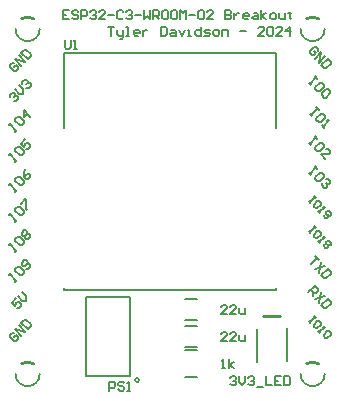
<source format=gto>
G04*
G04 #@! TF.GenerationSoftware,Altium Limited,Altium Designer,24.0.1 (36)*
G04*
G04 Layer_Color=65535*
%FSLAX44Y44*%
%MOMM*%
G71*
G04*
G04 #@! TF.SameCoordinates,679F6686-0656-46BC-BDB5-5FE1FF963507*
G04*
G04*
G04 #@! TF.FilePolarity,Positive*
G04*
G01*
G75*
%ADD10C,0.1524*%
%ADD11C,0.2540*%
%ADD12C,0.1270*%
D10*
X-16510Y-31750D02*
G03*
X3810Y-31750I10160J0D01*
G01*
X224790D02*
G03*
X245110Y-31750I10160J0D01*
G01*
X-16510Y260350D02*
G03*
X3810Y260350I10160J0D01*
G01*
X224790D02*
G03*
X245110Y260350I10160J0D01*
G01*
X87906Y-36830D02*
G03*
X87906Y-36830I-1796J0D01*
G01*
X187660Y-21336D02*
Y6604D01*
X213660Y-21082D02*
Y6858D01*
X127254Y-34260D02*
X136906D01*
X127254Y-11460D02*
X136906D01*
X127254Y-8890D02*
X136906D01*
X127254Y8890D02*
X136906D01*
X127254Y13970D02*
X136906D01*
X127254Y31750D02*
X136906D01*
X80252Y-33528D02*
Y33528D01*
X43168Y-33528D02*
X80252D01*
X43168D02*
Y33528D01*
X80252D01*
X24894Y251459D02*
Y245111D01*
X26163Y243841D01*
X28702D01*
X29972Y245111D01*
Y251459D01*
X32511Y243841D02*
X35050D01*
X33781D01*
Y251459D01*
X32511Y250189D01*
X62026Y262380D02*
X67105D01*
X64565D01*
Y254763D01*
X69644Y259841D02*
Y256032D01*
X70913Y254763D01*
X74722D01*
Y253493D01*
X73452Y252224D01*
X72183D01*
X74722Y254763D02*
Y259841D01*
X77261Y254763D02*
X79800D01*
X78531D01*
Y262380D01*
X77261D01*
X87418Y254763D02*
X84879D01*
X83609Y256032D01*
Y258572D01*
X84879Y259841D01*
X87418D01*
X88687Y258572D01*
Y257302D01*
X83609D01*
X91227Y259841D02*
Y254763D01*
Y257302D01*
X92496Y258572D01*
X93766Y259841D01*
X95035D01*
X106462Y262380D02*
Y254763D01*
X110271D01*
X111540Y256032D01*
Y261111D01*
X110271Y262380D01*
X106462D01*
X115349Y259841D02*
X117888D01*
X119158Y258572D01*
Y254763D01*
X115349D01*
X114079Y256032D01*
X115349Y257302D01*
X119158D01*
X121697Y259841D02*
X124236Y254763D01*
X126775Y259841D01*
X129314Y254763D02*
X131854D01*
X130584D01*
Y259841D01*
X129314D01*
X140741Y262380D02*
Y254763D01*
X136932D01*
X135662Y256032D01*
Y258572D01*
X136932Y259841D01*
X140741D01*
X143280Y254763D02*
X147089D01*
X148358Y256032D01*
X147089Y257302D01*
X144549D01*
X143280Y258572D01*
X144549Y259841D01*
X148358D01*
X152167Y254763D02*
X154706D01*
X155976Y256032D01*
Y258572D01*
X154706Y259841D01*
X152167D01*
X150897Y258572D01*
Y256032D01*
X152167Y254763D01*
X158515D02*
Y259841D01*
X162324D01*
X163593Y258572D01*
Y254763D01*
X173750Y258572D02*
X178828D01*
X194063Y254763D02*
X188985D01*
X194063Y259841D01*
Y261111D01*
X192794Y262380D01*
X190255D01*
X188985Y261111D01*
X196603D02*
X197872Y262380D01*
X200411D01*
X201681Y261111D01*
Y256032D01*
X200411Y254763D01*
X197872D01*
X196603Y256032D01*
Y261111D01*
X209298Y254763D02*
X204220D01*
X209298Y259841D01*
Y261111D01*
X208029Y262380D01*
X205490D01*
X204220Y261111D01*
X215646Y254763D02*
Y262380D01*
X211838Y258572D01*
X216916D01*
X29017Y276097D02*
X23938D01*
Y268479D01*
X29017D01*
X23938Y272288D02*
X26478D01*
X36634Y274827D02*
X35365Y276097D01*
X32826D01*
X31556Y274827D01*
Y273558D01*
X32826Y272288D01*
X35365D01*
X36634Y271018D01*
Y269749D01*
X35365Y268479D01*
X32826D01*
X31556Y269749D01*
X39174Y268479D02*
Y276097D01*
X42982D01*
X44252Y274827D01*
Y272288D01*
X42982Y271018D01*
X39174D01*
X46791Y274827D02*
X48061Y276097D01*
X50600D01*
X51869Y274827D01*
Y273558D01*
X50600Y272288D01*
X49330D01*
X50600D01*
X51869Y271018D01*
Y269749D01*
X50600Y268479D01*
X48061D01*
X46791Y269749D01*
X59487Y268479D02*
X54409D01*
X59487Y273558D01*
Y274827D01*
X58217Y276097D01*
X55678D01*
X54409Y274827D01*
X62026Y272288D02*
X67104D01*
X74722Y274827D02*
X73452Y276097D01*
X70913D01*
X69644Y274827D01*
Y269749D01*
X70913Y268479D01*
X73452D01*
X74722Y269749D01*
X77261Y274827D02*
X78531Y276097D01*
X81070D01*
X82339Y274827D01*
Y273558D01*
X81070Y272288D01*
X79800D01*
X81070D01*
X82339Y271018D01*
Y269749D01*
X81070Y268479D01*
X78531D01*
X77261Y269749D01*
X84879Y272288D02*
X89957D01*
X92496Y276097D02*
Y268479D01*
X95035Y271018D01*
X97575Y268479D01*
Y276097D01*
X100114Y268479D02*
Y276097D01*
X103923D01*
X105192Y274827D01*
Y272288D01*
X103923Y271018D01*
X100114D01*
X102653D02*
X105192Y268479D01*
X111540Y276097D02*
X109001D01*
X107731Y274827D01*
Y269749D01*
X109001Y268479D01*
X111540D01*
X112810Y269749D01*
Y274827D01*
X111540Y276097D01*
X119158D02*
X116618D01*
X115349Y274827D01*
Y269749D01*
X116618Y268479D01*
X119158D01*
X120427Y269749D01*
Y274827D01*
X119158Y276097D01*
X122966Y268479D02*
Y276097D01*
X125506Y273558D01*
X128045Y276097D01*
Y268479D01*
X130584Y272288D02*
X135662D01*
X138202Y274827D02*
X139471Y276097D01*
X142010D01*
X143280Y274827D01*
Y269749D01*
X142010Y268479D01*
X139471D01*
X138202Y269749D01*
Y274827D01*
X150897Y268479D02*
X145819D01*
X150897Y273558D01*
Y274827D01*
X149628Y276097D01*
X147089D01*
X145819Y274827D01*
X161054Y276097D02*
Y268479D01*
X164863D01*
X166132Y269749D01*
Y271018D01*
X164863Y272288D01*
X161054D01*
X164863D01*
X166132Y273558D01*
Y274827D01*
X164863Y276097D01*
X161054D01*
X168672Y273558D02*
Y268479D01*
Y271018D01*
X169941Y272288D01*
X171211Y273558D01*
X172480D01*
X180098Y268479D02*
X177559D01*
X176289Y269749D01*
Y272288D01*
X177559Y273558D01*
X180098D01*
X181367Y272288D01*
Y271018D01*
X176289D01*
X185176Y273558D02*
X187715D01*
X188985Y272288D01*
Y268479D01*
X185176D01*
X183907Y269749D01*
X185176Y271018D01*
X188985D01*
X191524Y268479D02*
Y276097D01*
Y271018D02*
X195333Y273558D01*
X191524Y271018D02*
X195333Y268479D01*
X200411D02*
X202950D01*
X204220Y269749D01*
Y272288D01*
X202950Y273558D01*
X200411D01*
X199142Y272288D01*
Y269749D01*
X200411Y268479D01*
X206759Y273558D02*
Y269749D01*
X208029Y268479D01*
X211838D01*
Y273558D01*
X215646Y274827D02*
Y273558D01*
X214377D01*
X216916D01*
X215646D01*
Y269749D01*
X216916Y268479D01*
X236063Y17345D02*
X237559Y15849D01*
X236811Y16597D01*
X232323Y12109D01*
X231574Y12857D01*
X233071Y11361D01*
X242048Y11361D02*
X240552Y12857D01*
X239056D01*
X236063Y9864D01*
Y8368D01*
X237559Y6872D01*
X239056D01*
X242048Y9864D01*
Y11361D01*
X239804Y4627D02*
X241300Y3131D01*
X240552Y3879D01*
X245041Y8368D01*
X243544D01*
X247285Y4627D02*
X248781D01*
X250277Y3131D01*
Y1635D01*
X247285Y-1357D01*
X245789D01*
X244293Y139D01*
Y1635D01*
X247285Y4627D01*
X231425Y37509D02*
X236811Y42895D01*
X239505Y40202D01*
X239505Y38406D01*
X237709Y36611D01*
X235914Y36611D01*
X233220Y39304D01*
X235016Y37509D02*
X235016Y33918D01*
X242198Y37509D02*
X240402Y28531D01*
X245789Y33918D02*
X236811Y32122D01*
X247584D02*
X242198Y26736D01*
X244891Y24043D01*
X246686Y24043D01*
X250277Y27634D01*
Y29429D01*
X247584Y32122D01*
X236811Y68295D02*
X240402Y64704D01*
X238607Y66500D01*
X233220Y61113D01*
X242198Y62909D02*
X240402Y53931D01*
X245789Y59318D02*
X236811Y57522D01*
X247584D02*
X242198Y52136D01*
X244891Y49443D01*
X246686Y49443D01*
X250277Y53034D01*
Y54829D01*
X247584Y57522D01*
X236063Y93546D02*
X237559Y92049D01*
X236811Y92797D01*
X232323Y88309D01*
X231574Y89057D01*
X233071Y87561D01*
X242048Y87561D02*
X240552Y89057D01*
X239056D01*
X236063Y86064D01*
Y84568D01*
X237559Y83072D01*
X239056D01*
X242048Y86064D01*
Y87561D01*
X239804Y80828D02*
X241300Y79331D01*
X240552Y80079D01*
X245041Y84568D01*
X243544D01*
X247285Y80828D02*
X248781D01*
X250277Y79331D01*
Y77835D01*
X249529Y77087D01*
X248033D01*
X248033Y75591D01*
X247285Y74843D01*
X245789D01*
X244293Y76339D01*
Y77835D01*
X245041Y78583D01*
X246537Y78583D01*
Y80079D01*
X247285Y80828D01*
X246537Y78583D02*
X248033Y77087D01*
X236063Y118946D02*
X237559Y117449D01*
X236811Y118197D01*
X232323Y113709D01*
X231574Y114457D01*
X233071Y112961D01*
X242048Y112961D02*
X240552Y114457D01*
X239056D01*
X236063Y111464D01*
Y109968D01*
X237559Y108472D01*
X239056D01*
X242048Y111464D01*
Y112961D01*
X239804Y106228D02*
X241300Y104731D01*
X240552Y105479D01*
X245041Y109968D01*
X243544D01*
X244293Y103235D02*
Y101739D01*
X245789Y100243D01*
X247285D01*
X250277Y103235D01*
Y104731D01*
X248781Y106228D01*
X247285D01*
X246537Y105479D01*
Y103983D01*
X248781Y101739D01*
X237260Y144046D02*
X239056Y142251D01*
X238158Y143148D01*
X232771Y137762D01*
X231874Y138660D01*
X233669Y136864D01*
X244442D02*
X242647Y138660D01*
X240851D01*
X237260Y135069D01*
Y133273D01*
X239056Y131478D01*
X240851D01*
X244442Y135069D01*
X244442Y136864D01*
X246238Y133273D02*
X248033D01*
X249828Y131478D01*
Y129682D01*
X248931Y128785D01*
X247135D01*
X246238Y129682D01*
X247135Y128785D01*
X247135Y126989D01*
X246238Y126091D01*
X244442Y126091D01*
X242647Y127887D01*
Y129682D01*
X237260Y169446D02*
X239056Y167651D01*
X238158Y168549D01*
X232771Y163162D01*
X231874Y164060D01*
X233669Y162264D01*
X244442D02*
X242647Y164060D01*
X240851D01*
X237260Y160469D01*
Y158673D01*
X239056Y156878D01*
X240851D01*
X244442Y160469D01*
X244442Y162264D01*
X245340Y150594D02*
X241749Y154185D01*
X248931D01*
X249828Y155082D01*
Y156878D01*
X248033Y158673D01*
X246238D01*
X238158Y193948D02*
X239953Y192153D01*
X239056Y193051D01*
X233669Y187664D01*
X232771Y188562D01*
X234567Y186767D01*
X245340D02*
X243544Y188562D01*
X241749D01*
X238158Y184971D01*
Y183176D01*
X239953Y181380D01*
X241749D01*
X245340Y184971D01*
X245340Y186767D01*
X242647Y178687D02*
X244442Y176891D01*
X243544Y177789D01*
X248931Y183176D01*
X247135D01*
X237260Y220246D02*
X239056Y218451D01*
X238158Y219349D01*
X232771Y213962D01*
X231874Y214860D01*
X233669Y213064D01*
X244442D02*
X242647Y214860D01*
X240851D01*
X237260Y211269D01*
Y209473D01*
X239056Y207678D01*
X240851D01*
X244442Y211269D01*
X244442Y213064D01*
X246238Y209473D02*
X248033D01*
X249828Y207678D01*
Y205882D01*
X246238Y202292D01*
X244442Y202292D01*
X242647Y204087D01*
Y205882D01*
X246238Y209473D01*
X239505Y241606D02*
X239505Y243402D01*
X237709Y245197D01*
X235914D01*
X232323Y241606D01*
Y239811D01*
X234118Y238015D01*
X235914Y238015D01*
X237709Y239811D01*
X235914Y241606D01*
X236811Y235322D02*
X242198Y240709D01*
X240402Y231731D01*
X245789Y237118D01*
X247584Y235322D02*
X242198Y229936D01*
X244891Y227243D01*
X246686Y227243D01*
X250277Y230834D01*
Y232629D01*
X247584Y235322D01*
X-18086Y3285D02*
X-19882Y3285D01*
X-21677Y1489D01*
Y-306D01*
X-18086Y-3897D01*
X-16291D01*
X-14495Y-2102D01*
X-14496Y-306D01*
X-16291Y1489D01*
X-18086Y-306D01*
X-11802Y591D02*
X-17189Y5978D01*
X-8211Y4182D01*
X-13598Y9569D01*
X-11802Y11364D02*
X-6416Y5978D01*
X-3723Y8671D01*
X-3723Y10466D01*
X-7314Y14057D01*
X-9109D01*
X-11802Y11364D01*
X-16291Y32276D02*
X-19882Y28684D01*
X-17189Y25991D01*
X-16291Y28684D01*
X-15393Y29582D01*
X-13598D01*
X-11802Y27787D01*
X-11802Y25991D01*
X-13598Y24196D01*
X-15393D01*
X-14496Y34071D02*
X-10905Y30480D01*
X-7314D01*
Y34071D01*
X-10905Y37662D01*
X-22126Y51840D02*
X-20331Y53636D01*
X-21228Y52738D01*
X-15842Y47351D01*
X-16740Y46454D01*
X-14944Y48249D01*
Y59022D02*
X-16740Y57227D01*
Y55431D01*
X-13149Y51840D01*
X-11353D01*
X-9558Y53636D01*
Y55431D01*
X-13149Y59022D01*
X-14944Y59022D01*
X-7762Y57227D02*
X-5967D01*
X-4171Y59022D01*
X-4171Y60818D01*
X-7762Y64408D01*
X-9558D01*
X-11353Y62613D01*
Y60818D01*
X-10456Y59920D01*
X-8660Y59920D01*
X-5967Y62613D01*
X-22126Y77240D02*
X-20331Y79036D01*
X-21228Y78138D01*
X-15842Y72751D01*
X-16740Y71854D01*
X-14944Y73649D01*
Y84422D02*
X-16740Y82627D01*
Y80831D01*
X-13149Y77240D01*
X-11353D01*
X-9558Y79036D01*
Y80831D01*
X-13149Y84422D01*
X-14944Y84422D01*
X-11353Y86218D02*
Y88013D01*
X-9558Y89809D01*
X-7762D01*
X-6865Y88911D01*
Y87115D01*
X-5069Y87115D01*
X-4171Y86218D01*
X-4171Y84422D01*
X-5967Y82627D01*
X-7762D01*
X-8660Y83524D01*
Y85320D01*
X-10456Y85320D01*
X-11353Y86218D01*
X-8660Y85320D02*
X-6865Y87115D01*
X-22126Y102640D02*
X-20331Y104436D01*
X-21228Y103538D01*
X-15842Y98152D01*
X-16740Y97254D01*
X-14944Y99049D01*
Y109822D02*
X-16740Y108027D01*
Y106231D01*
X-13149Y102640D01*
X-11353D01*
X-9558Y104436D01*
Y106231D01*
X-13149Y109822D01*
X-14944Y109822D01*
X-12251Y112515D02*
X-8660Y116106D01*
X-7762Y115209D01*
Y108027D01*
X-6865Y107129D01*
X-22126Y128040D02*
X-20331Y129836D01*
X-21228Y128938D01*
X-15842Y123552D01*
X-16740Y122654D01*
X-14944Y124449D01*
Y135222D02*
X-16740Y133427D01*
Y131631D01*
X-13149Y128040D01*
X-11353D01*
X-9558Y129836D01*
Y131631D01*
X-13149Y135222D01*
X-14944Y135222D01*
X-8660Y141506D02*
X-9558Y138813D01*
Y135222D01*
X-7762Y133427D01*
X-5967D01*
X-4171Y135222D01*
X-4171Y137018D01*
X-5069Y137915D01*
X-6865Y137915D01*
X-9558Y135222D01*
X-22126Y153440D02*
X-20331Y155236D01*
X-21228Y154338D01*
X-15842Y148952D01*
X-16740Y148054D01*
X-14944Y149849D01*
Y160622D02*
X-16740Y158827D01*
Y157031D01*
X-13149Y153440D01*
X-11353D01*
X-9558Y155236D01*
Y157031D01*
X-13149Y160622D01*
X-14944Y160622D01*
X-8660Y166906D02*
X-12251Y163315D01*
X-9558Y160622D01*
X-8660Y163315D01*
X-7762Y164213D01*
X-5967D01*
X-4171Y162418D01*
X-4171Y160622D01*
X-5967Y158827D01*
X-7762D01*
X-22126Y178840D02*
X-20331Y180636D01*
X-21228Y179738D01*
X-15842Y174352D01*
X-16740Y173454D01*
X-14944Y175249D01*
Y186022D02*
X-16740Y184227D01*
Y182431D01*
X-13149Y178840D01*
X-11353D01*
X-9558Y180636D01*
Y182431D01*
X-13149Y186022D01*
X-14944Y186022D01*
X-4171D02*
X-9558Y191409D01*
Y186022D01*
X-5967Y189613D01*
X-21677Y202894D02*
Y204689D01*
X-19882Y206485D01*
X-18086Y206485D01*
X-17189Y205587D01*
Y203791D01*
X-18086Y202894D01*
X-17189Y203791D01*
X-15393Y203791D01*
X-14496Y202894D01*
X-14495Y201098D01*
X-16291Y199303D01*
X-18086D01*
X-17189Y209178D02*
X-13598Y205587D01*
X-10007D01*
Y209178D01*
X-13598Y212769D01*
X-10905Y213666D02*
Y215462D01*
X-9109Y217257D01*
X-7314D01*
X-6416Y216360D01*
Y214564D01*
X-7314Y213666D01*
X-6416Y214564D01*
X-4620Y214564D01*
X-3723Y213666D01*
X-3723Y211871D01*
X-5518Y210075D01*
X-7314D01*
X-18086Y231885D02*
X-19882Y231885D01*
X-21677Y230089D01*
Y228294D01*
X-18086Y224703D01*
X-16291D01*
X-14495Y226498D01*
X-14496Y228294D01*
X-16291Y230089D01*
X-18086Y228294D01*
X-11802Y229191D02*
X-17189Y234578D01*
X-8211Y232782D01*
X-13598Y238169D01*
X-11802Y239964D02*
X-6416Y234578D01*
X-3723Y237271D01*
X-3723Y239066D01*
X-7314Y242657D01*
X-9109D01*
X-11802Y239964D01*
X165108Y-34926D02*
X166378Y-33656D01*
X168917D01*
X170187Y-34926D01*
Y-36196D01*
X168917Y-37465D01*
X167647D01*
X168917D01*
X170187Y-38735D01*
Y-40004D01*
X168917Y-41274D01*
X166378D01*
X165108Y-40004D01*
X172726Y-33656D02*
Y-38735D01*
X175265Y-41274D01*
X177804Y-38735D01*
Y-33656D01*
X180343Y-34926D02*
X181613Y-33656D01*
X184152D01*
X185422Y-34926D01*
Y-36196D01*
X184152Y-37465D01*
X182882D01*
X184152D01*
X185422Y-38735D01*
Y-40004D01*
X184152Y-41274D01*
X181613D01*
X180343Y-40004D01*
X187961Y-42544D02*
X193039D01*
X195578Y-33656D02*
Y-41274D01*
X200657D01*
X208274Y-33656D02*
X203196D01*
Y-41274D01*
X208274D01*
X203196Y-37465D02*
X205735D01*
X210813Y-33656D02*
Y-41274D01*
X214622D01*
X215892Y-40004D01*
Y-34926D01*
X214622Y-33656D01*
X210813D01*
X157990Y-26923D02*
X160529D01*
X159259D01*
Y-19305D01*
X157990Y-20575D01*
X164338Y-26923D02*
Y-19305D01*
Y-24384D02*
X168146Y-21844D01*
X164338Y-24384D02*
X168146Y-26923D01*
X162562Y-3809D02*
X157483D01*
X162562Y1270D01*
Y2539D01*
X161292Y3809D01*
X158753D01*
X157483Y2539D01*
X170179Y-3809D02*
X165101D01*
X170179Y1270D01*
Y2539D01*
X168910Y3809D01*
X166370D01*
X165101Y2539D01*
X172718Y1270D02*
Y-2539D01*
X173988Y-3809D01*
X177797D01*
Y1270D01*
X162562Y19051D02*
X157483D01*
X162562Y24130D01*
Y25399D01*
X161292Y26669D01*
X158753D01*
X157483Y25399D01*
X170179Y19051D02*
X165101D01*
X170179Y24130D01*
Y25399D01*
X168910Y26669D01*
X166370D01*
X165101Y25399D01*
X172718Y24130D02*
Y20321D01*
X173988Y19051D01*
X177797D01*
Y24130D01*
X62741Y-45719D02*
Y-38101D01*
X66550D01*
X67819Y-39371D01*
Y-41910D01*
X66550Y-43180D01*
X62741D01*
X75437Y-39371D02*
X74167Y-38101D01*
X71628D01*
X70358Y-39371D01*
Y-40640D01*
X71628Y-41910D01*
X74167D01*
X75437Y-43180D01*
Y-44449D01*
X74167Y-45719D01*
X71628D01*
X70358Y-44449D01*
X77976Y-45719D02*
X80515D01*
X79246D01*
Y-38101D01*
X77976Y-39371D01*
D11*
X-1270Y-22951D02*
G03*
X-11430Y-22951I-5080J-8799D01*
G01*
X240030D02*
G03*
X229870Y-22951I-5080J-8799D01*
G01*
X-1270Y269149D02*
G03*
X-11430Y269149I-5080J-8799D01*
G01*
X240030D02*
G03*
X229870Y269149I-5080J-8799D01*
G01*
X193040Y17526D02*
X207264D01*
D12*
X24300Y239700D02*
X204300D01*
Y176400D02*
Y239700D01*
X24300Y39700D02*
X204300D01*
X24300Y176400D02*
Y239700D01*
X204300Y39700D02*
Y41000D01*
X24300Y39700D02*
Y41000D01*
M02*

</source>
